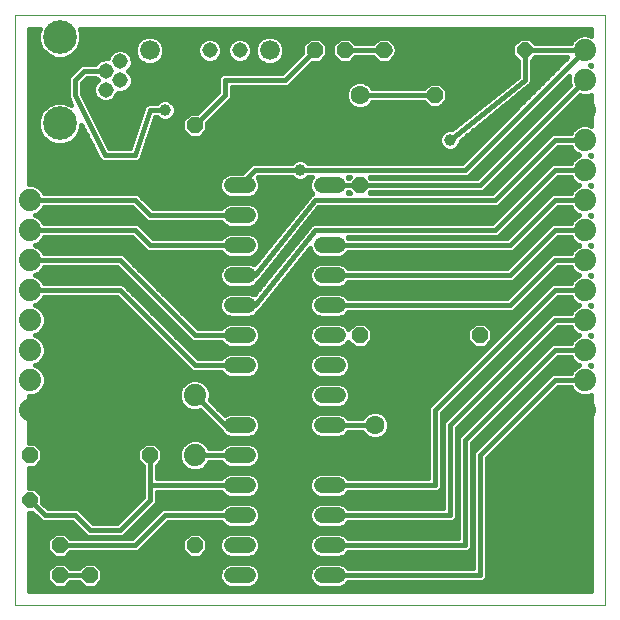
<source format=gbl>
G75*
%MOIN*%
%OFA0B0*%
%FSLAX25Y25*%
%IPPOS*%
%LPD*%
%AMOC8*
5,1,8,0,0,1.08239X$1,22.5*
%
%ADD10C,0.00000*%
%ADD11OC8,0.05200*%
%ADD12C,0.07400*%
%ADD13C,0.05200*%
%ADD14C,0.05150*%
%ADD15C,0.06600*%
%ADD16OC8,0.05150*%
%ADD17C,0.11220*%
%ADD18C,0.06300*%
%ADD19OC8,0.06300*%
%ADD20C,0.01600*%
%ADD21C,0.03962*%
D10*
X0013667Y0031998D02*
X0013667Y0228849D01*
X0210517Y0228849D01*
X0210517Y0031998D01*
X0013667Y0031998D01*
D11*
X0028667Y0041998D03*
X0038667Y0041998D03*
X0028667Y0051998D03*
X0018667Y0081998D03*
X0058667Y0081998D03*
X0063667Y0051998D03*
X0073667Y0051998D03*
X0078667Y0041998D03*
X0128667Y0121998D03*
X0128667Y0161998D03*
X0128667Y0171998D03*
X0113667Y0191998D03*
X0113667Y0216998D03*
X0123667Y0216998D03*
X0136667Y0216998D03*
X0143667Y0216998D03*
X0150667Y0216998D03*
X0153667Y0201998D03*
X0163667Y0201998D03*
X0168667Y0121998D03*
X0073667Y0191998D03*
D12*
X0018667Y0166998D03*
X0018667Y0156998D03*
X0018667Y0146998D03*
X0018667Y0136998D03*
X0018667Y0126998D03*
X0018667Y0116998D03*
X0018667Y0106998D03*
X0018667Y0096998D03*
X0073667Y0091998D03*
X0073667Y0081998D03*
X0073667Y0101998D03*
X0203667Y0096998D03*
X0203667Y0106998D03*
X0203667Y0116998D03*
X0203667Y0126998D03*
X0203667Y0136998D03*
X0203667Y0146998D03*
X0203667Y0156998D03*
X0203667Y0166998D03*
X0203667Y0176998D03*
X0203667Y0186998D03*
X0203667Y0196998D03*
X0203667Y0206998D03*
X0203667Y0216998D03*
D13*
X0121267Y0171998D02*
X0116067Y0171998D01*
X0116067Y0161998D02*
X0121267Y0161998D01*
X0121267Y0151998D02*
X0116067Y0151998D01*
X0116067Y0141998D02*
X0121267Y0141998D01*
X0121267Y0131998D02*
X0116067Y0131998D01*
X0121267Y0131998D01*
X0121267Y0121998D02*
X0116067Y0121998D01*
X0116067Y0111998D02*
X0121267Y0111998D01*
X0121267Y0101998D02*
X0116067Y0101998D01*
X0116067Y0091998D02*
X0121267Y0091998D01*
X0121267Y0081998D02*
X0116067Y0081998D01*
X0116067Y0071998D02*
X0121267Y0071998D01*
X0121267Y0061998D02*
X0116067Y0061998D01*
X0116067Y0051998D02*
X0121267Y0051998D01*
X0121267Y0041998D02*
X0116067Y0041998D01*
X0091267Y0041998D02*
X0086067Y0041998D01*
X0086067Y0051998D02*
X0091267Y0051998D01*
X0091267Y0061998D02*
X0086067Y0061998D01*
X0086067Y0071998D02*
X0091267Y0071998D01*
X0091267Y0081998D02*
X0086067Y0081998D01*
X0086067Y0091998D02*
X0091267Y0091998D01*
X0091267Y0101998D02*
X0086067Y0101998D01*
X0086067Y0111998D02*
X0091267Y0111998D01*
X0091267Y0121998D02*
X0086067Y0121998D01*
X0086067Y0131998D02*
X0091267Y0131998D01*
X0091267Y0141998D02*
X0086067Y0141998D01*
X0086067Y0151998D02*
X0091267Y0151998D01*
X0091267Y0161998D02*
X0086067Y0161998D01*
X0086067Y0171998D02*
X0091267Y0171998D01*
D14*
X0088667Y0216998D03*
X0078667Y0216998D03*
X0068667Y0216998D03*
X0048745Y0213297D03*
X0044021Y0210148D03*
X0048745Y0206998D03*
X0044021Y0203849D03*
X0048745Y0200699D03*
D15*
X0058667Y0216998D03*
X0098667Y0216998D03*
D16*
X0163667Y0216998D03*
X0183667Y0216998D03*
X0038667Y0066998D03*
X0018667Y0066998D03*
D17*
X0028667Y0192628D03*
X0028667Y0221368D03*
D18*
X0128667Y0201998D03*
X0133667Y0091998D03*
D19*
X0133667Y0081998D03*
X0128667Y0191998D03*
D20*
X0127722Y0197248D02*
X0129611Y0197248D01*
X0131357Y0197971D01*
X0132694Y0199307D01*
X0132814Y0199598D01*
X0150127Y0199598D01*
X0151927Y0197798D01*
X0155406Y0197798D01*
X0157867Y0200258D01*
X0157867Y0203738D01*
X0155406Y0206198D01*
X0151927Y0206198D01*
X0150127Y0204398D01*
X0132814Y0204398D01*
X0132694Y0204689D01*
X0131357Y0206025D01*
X0129611Y0206748D01*
X0127722Y0206748D01*
X0125976Y0206025D01*
X0124640Y0204689D01*
X0123917Y0202943D01*
X0123917Y0201053D01*
X0124640Y0199307D01*
X0125976Y0197971D01*
X0127722Y0197248D01*
X0125704Y0198243D02*
X0083306Y0198243D01*
X0081707Y0196645D02*
X0166883Y0196645D01*
X0168881Y0198243D02*
X0155852Y0198243D01*
X0157450Y0199842D02*
X0170879Y0199842D01*
X0172878Y0201440D02*
X0157867Y0201440D01*
X0157867Y0203039D02*
X0174876Y0203039D01*
X0176874Y0204637D02*
X0156967Y0204637D01*
X0153667Y0201998D02*
X0128667Y0201998D01*
X0124619Y0204637D02*
X0104239Y0204637D01*
X0104144Y0204598D02*
X0105026Y0204964D01*
X0105701Y0205639D01*
X0112861Y0212798D01*
X0115406Y0212798D01*
X0117867Y0215258D01*
X0117867Y0218738D01*
X0115406Y0221198D01*
X0111927Y0221198D01*
X0109467Y0218738D01*
X0109467Y0216192D01*
X0102673Y0209398D01*
X0083189Y0209398D01*
X0082307Y0209033D01*
X0081632Y0208358D01*
X0081267Y0207476D01*
X0081267Y0202992D01*
X0074473Y0196198D01*
X0071927Y0196198D01*
X0069467Y0193738D01*
X0069467Y0190258D01*
X0071927Y0187798D01*
X0075406Y0187798D01*
X0077867Y0190258D01*
X0077867Y0192804D01*
X0085701Y0200639D01*
X0086067Y0201521D01*
X0086067Y0204598D01*
X0104144Y0204598D01*
X0103667Y0206998D02*
X0083667Y0206998D01*
X0083667Y0201998D01*
X0073667Y0191998D01*
X0070775Y0195046D02*
X0066734Y0195046D01*
X0066703Y0194970D02*
X0067248Y0196286D01*
X0067248Y0197710D01*
X0066703Y0199027D01*
X0065695Y0200034D01*
X0064379Y0200579D01*
X0062954Y0200579D01*
X0061638Y0200034D01*
X0061002Y0199398D01*
X0059056Y0199398D01*
X0058973Y0199426D01*
X0058581Y0199398D01*
X0058189Y0199398D01*
X0058108Y0199364D01*
X0058020Y0199358D01*
X0057669Y0199183D01*
X0057307Y0199033D01*
X0057245Y0198971D01*
X0057166Y0198931D01*
X0056909Y0198635D01*
X0056632Y0198358D01*
X0056598Y0198276D01*
X0056541Y0198210D01*
X0056417Y0197838D01*
X0056267Y0197476D01*
X0056267Y0197388D01*
X0051937Y0184398D01*
X0045150Y0184398D01*
X0036067Y0202565D01*
X0036067Y0206004D01*
X0037810Y0207748D01*
X0040517Y0207748D01*
X0041267Y0206998D01*
X0040482Y0206213D01*
X0039846Y0204679D01*
X0039846Y0203018D01*
X0040482Y0201484D01*
X0041656Y0200309D01*
X0043191Y0199674D01*
X0044851Y0199674D01*
X0046386Y0200309D01*
X0047560Y0201484D01*
X0048115Y0202823D01*
X0049576Y0202823D01*
X0051110Y0203459D01*
X0052285Y0204633D01*
X0052920Y0206168D01*
X0052920Y0207829D01*
X0052285Y0209363D01*
X0051500Y0210148D01*
X0052285Y0210933D01*
X0052920Y0212467D01*
X0052920Y0214128D01*
X0052285Y0215662D01*
X0051110Y0216837D01*
X0049576Y0217472D01*
X0047915Y0217472D01*
X0046381Y0216837D01*
X0045206Y0215662D01*
X0044651Y0214323D01*
X0043191Y0214323D01*
X0041656Y0213687D01*
X0040517Y0212548D01*
X0036339Y0212548D01*
X0035457Y0212182D01*
X0032307Y0209033D01*
X0031632Y0208358D01*
X0031267Y0207476D01*
X0031267Y0202388D01*
X0031239Y0202304D01*
X0031267Y0201913D01*
X0031267Y0201521D01*
X0031300Y0201440D01*
X0018467Y0201440D01*
X0018467Y0199842D02*
X0032062Y0199842D01*
X0031694Y0200576D02*
X0032576Y0198813D01*
X0030101Y0199838D01*
X0027232Y0199838D01*
X0024582Y0198741D01*
X0022554Y0196712D01*
X0021456Y0194062D01*
X0021456Y0191194D01*
X0022554Y0188544D01*
X0024582Y0186516D01*
X0027232Y0185418D01*
X0030101Y0185418D01*
X0032751Y0186516D01*
X0034779Y0188544D01*
X0035877Y0191194D01*
X0035877Y0192211D01*
X0041482Y0181001D01*
X0041632Y0180639D01*
X0041694Y0180576D01*
X0041734Y0180498D01*
X0042030Y0180241D01*
X0042307Y0179964D01*
X0042388Y0179930D01*
X0042455Y0179872D01*
X0042827Y0179748D01*
X0043189Y0179598D01*
X0043277Y0179598D01*
X0043361Y0179570D01*
X0043752Y0179598D01*
X0053277Y0179598D01*
X0053361Y0179570D01*
X0053752Y0179598D01*
X0054144Y0179598D01*
X0054225Y0179632D01*
X0054313Y0179638D01*
X0054664Y0179813D01*
X0055026Y0179964D01*
X0055088Y0180026D01*
X0055167Y0180065D01*
X0055424Y0180361D01*
X0055701Y0180639D01*
X0055735Y0180720D01*
X0055793Y0180786D01*
X0055917Y0181158D01*
X0056067Y0181521D01*
X0056067Y0181609D01*
X0060396Y0194598D01*
X0061002Y0194598D01*
X0061638Y0193962D01*
X0062954Y0193417D01*
X0064379Y0193417D01*
X0065695Y0193962D01*
X0066703Y0194970D01*
X0067248Y0196645D02*
X0074919Y0196645D01*
X0076518Y0198243D02*
X0067027Y0198243D01*
X0065887Y0199842D02*
X0078116Y0199842D01*
X0079715Y0201440D02*
X0047517Y0201440D01*
X0045257Y0199842D02*
X0061446Y0199842D01*
X0063667Y0196998D02*
X0058667Y0196998D01*
X0053667Y0181998D01*
X0043667Y0181998D01*
X0033667Y0201998D01*
X0033667Y0206998D01*
X0036816Y0210148D01*
X0044021Y0210148D01*
X0042963Y0214228D02*
X0030271Y0214228D01*
X0030101Y0214158D02*
X0032751Y0215256D01*
X0034779Y0217284D01*
X0035877Y0219934D01*
X0035877Y0222802D01*
X0035361Y0224049D01*
X0205717Y0224049D01*
X0205717Y0221885D01*
X0204721Y0222298D01*
X0202612Y0222298D01*
X0200664Y0221491D01*
X0199174Y0220000D01*
X0198924Y0219398D01*
X0187171Y0219398D01*
X0185396Y0221173D01*
X0181937Y0221173D01*
X0179492Y0218727D01*
X0179492Y0215269D01*
X0181267Y0213494D01*
X0181267Y0208152D01*
X0159301Y0190579D01*
X0157954Y0190579D01*
X0156638Y0190034D01*
X0155631Y0189027D01*
X0155086Y0187710D01*
X0155086Y0186286D01*
X0155631Y0184970D01*
X0156638Y0183962D01*
X0157954Y0183417D01*
X0159379Y0183417D01*
X0160695Y0183962D01*
X0161703Y0184970D01*
X0162248Y0186286D01*
X0162248Y0186790D01*
X0184900Y0204911D01*
X0185026Y0204964D01*
X0185270Y0205207D01*
X0185539Y0205422D01*
X0185605Y0205542D01*
X0185701Y0205639D01*
X0185833Y0205957D01*
X0185999Y0206259D01*
X0186014Y0206394D01*
X0186067Y0206521D01*
X0186067Y0206865D01*
X0186105Y0207208D01*
X0186067Y0207339D01*
X0186067Y0213494D01*
X0187171Y0214598D01*
X0197873Y0214598D01*
X0162673Y0179398D01*
X0111331Y0179398D01*
X0110695Y0180034D01*
X0109379Y0180579D01*
X0107954Y0180579D01*
X0106638Y0180034D01*
X0106002Y0179398D01*
X0093189Y0179398D01*
X0092307Y0179033D01*
X0089473Y0176198D01*
X0085231Y0176198D01*
X0083688Y0175559D01*
X0082506Y0174377D01*
X0081867Y0172834D01*
X0081867Y0171163D01*
X0082506Y0169619D01*
X0083688Y0168438D01*
X0085231Y0167798D01*
X0092102Y0167798D01*
X0093646Y0168438D01*
X0094827Y0169619D01*
X0095467Y0171163D01*
X0095467Y0172834D01*
X0094827Y0174377D01*
X0094634Y0174571D01*
X0094661Y0174598D01*
X0106002Y0174598D01*
X0106638Y0173962D01*
X0107954Y0173417D01*
X0109379Y0173417D01*
X0110695Y0173962D01*
X0111331Y0174598D01*
X0112727Y0174598D01*
X0112506Y0174377D01*
X0111867Y0172834D01*
X0111867Y0171163D01*
X0112506Y0169619D01*
X0112842Y0169284D01*
X0112625Y0169165D01*
X0112307Y0169033D01*
X0112211Y0168936D01*
X0112091Y0168870D01*
X0111876Y0168601D01*
X0111632Y0168358D01*
X0111580Y0168231D01*
X0093492Y0145622D01*
X0092102Y0146198D01*
X0085231Y0146198D01*
X0083688Y0145559D01*
X0082506Y0144377D01*
X0081867Y0142834D01*
X0081867Y0141163D01*
X0082506Y0139619D01*
X0083688Y0138438D01*
X0085231Y0137798D01*
X0092102Y0137798D01*
X0093646Y0138438D01*
X0094827Y0139619D01*
X0094958Y0139935D01*
X0095026Y0139964D01*
X0095123Y0140060D01*
X0095243Y0140126D01*
X0095458Y0140395D01*
X0095701Y0140639D01*
X0095754Y0140765D01*
X0114820Y0164598D01*
X0174144Y0164598D01*
X0175026Y0164964D01*
X0175701Y0165639D01*
X0194661Y0184598D01*
X0198924Y0184598D01*
X0199174Y0183996D01*
X0200664Y0182505D01*
X0201888Y0181998D01*
X0200664Y0181491D01*
X0199174Y0180000D01*
X0198924Y0179398D01*
X0193189Y0179398D01*
X0192307Y0179033D01*
X0172673Y0159398D01*
X0114007Y0159398D01*
X0113876Y0159436D01*
X0113534Y0159398D01*
X0113189Y0159398D01*
X0113063Y0159346D01*
X0112927Y0159331D01*
X0112625Y0159165D01*
X0112307Y0159033D01*
X0112211Y0158936D01*
X0112091Y0158870D01*
X0111876Y0158601D01*
X0111632Y0158358D01*
X0111580Y0158231D01*
X0093492Y0135622D01*
X0092102Y0136198D01*
X0085231Y0136198D01*
X0083688Y0135559D01*
X0082506Y0134377D01*
X0081867Y0132834D01*
X0081867Y0131163D01*
X0082506Y0129619D01*
X0083688Y0128438D01*
X0085231Y0127798D01*
X0092102Y0127798D01*
X0093646Y0128438D01*
X0094827Y0129619D01*
X0094958Y0129935D01*
X0095026Y0129964D01*
X0095123Y0130060D01*
X0095243Y0130126D01*
X0095458Y0130395D01*
X0095701Y0130639D01*
X0095754Y0130765D01*
X0111937Y0150994D01*
X0112506Y0149619D01*
X0113688Y0148438D01*
X0115231Y0147798D01*
X0122102Y0147798D01*
X0123646Y0148438D01*
X0124806Y0149598D01*
X0179144Y0149598D01*
X0180026Y0149964D01*
X0180701Y0150639D01*
X0194661Y0164598D01*
X0198924Y0164598D01*
X0199174Y0163996D01*
X0200664Y0162505D01*
X0201888Y0161998D01*
X0200664Y0161491D01*
X0199174Y0160000D01*
X0198924Y0159398D01*
X0193189Y0159398D01*
X0192307Y0159033D01*
X0177673Y0144398D01*
X0124806Y0144398D01*
X0123646Y0145559D01*
X0122102Y0146198D01*
X0115231Y0146198D01*
X0113688Y0145559D01*
X0112506Y0144377D01*
X0111867Y0142834D01*
X0111867Y0141163D01*
X0112506Y0139619D01*
X0113688Y0138438D01*
X0115231Y0137798D01*
X0122102Y0137798D01*
X0123646Y0138438D01*
X0124806Y0139598D01*
X0179144Y0139598D01*
X0180026Y0139964D01*
X0180701Y0140639D01*
X0194661Y0154598D01*
X0198924Y0154598D01*
X0199174Y0153996D01*
X0200664Y0152505D01*
X0201888Y0151998D01*
X0200664Y0151491D01*
X0199174Y0150000D01*
X0198924Y0149398D01*
X0193189Y0149398D01*
X0192307Y0149033D01*
X0177673Y0134398D01*
X0124806Y0134398D01*
X0123646Y0135559D01*
X0122102Y0136198D01*
X0115231Y0136198D01*
X0113688Y0135559D01*
X0112506Y0134377D01*
X0111867Y0132834D01*
X0111867Y0131163D01*
X0112506Y0129619D01*
X0113688Y0128438D01*
X0115231Y0127798D01*
X0122102Y0127798D01*
X0123646Y0128438D01*
X0124806Y0129598D01*
X0179144Y0129598D01*
X0180026Y0129964D01*
X0180701Y0130639D01*
X0194661Y0144598D01*
X0198924Y0144598D01*
X0199174Y0143996D01*
X0200664Y0142505D01*
X0201888Y0141998D01*
X0200664Y0141491D01*
X0199174Y0140000D01*
X0198924Y0139398D01*
X0193189Y0139398D01*
X0192307Y0139033D01*
X0152307Y0099033D01*
X0151632Y0098358D01*
X0151267Y0097476D01*
X0151267Y0074398D01*
X0124806Y0074398D01*
X0123646Y0075559D01*
X0122102Y0076198D01*
X0115231Y0076198D01*
X0113688Y0075559D01*
X0112506Y0074377D01*
X0111867Y0072834D01*
X0111867Y0071163D01*
X0112506Y0069619D01*
X0113688Y0068438D01*
X0115231Y0067798D01*
X0122102Y0067798D01*
X0123646Y0068438D01*
X0124806Y0069598D01*
X0154144Y0069598D01*
X0155026Y0069964D01*
X0155701Y0070639D01*
X0156067Y0071521D01*
X0156067Y0096004D01*
X0194661Y0134598D01*
X0198924Y0134598D01*
X0199174Y0133996D01*
X0200664Y0132505D01*
X0201888Y0131998D01*
X0200664Y0131491D01*
X0199174Y0130000D01*
X0198924Y0129398D01*
X0193189Y0129398D01*
X0192307Y0129033D01*
X0157307Y0094033D01*
X0156632Y0093358D01*
X0156267Y0092476D01*
X0156267Y0064398D01*
X0124806Y0064398D01*
X0123646Y0065559D01*
X0122102Y0066198D01*
X0115231Y0066198D01*
X0113688Y0065559D01*
X0112506Y0064377D01*
X0111867Y0062834D01*
X0111867Y0061163D01*
X0112506Y0059619D01*
X0113688Y0058438D01*
X0115231Y0057798D01*
X0122102Y0057798D01*
X0123646Y0058438D01*
X0124806Y0059598D01*
X0159144Y0059598D01*
X0160026Y0059964D01*
X0160701Y0060639D01*
X0161067Y0061521D01*
X0161067Y0091004D01*
X0194661Y0124598D01*
X0198924Y0124598D01*
X0199174Y0123996D01*
X0200664Y0122505D01*
X0201888Y0121998D01*
X0200664Y0121491D01*
X0199174Y0120000D01*
X0198924Y0119398D01*
X0193189Y0119398D01*
X0192307Y0119033D01*
X0162307Y0089033D01*
X0161632Y0088358D01*
X0161267Y0087476D01*
X0161267Y0054398D01*
X0124806Y0054398D01*
X0123646Y0055559D01*
X0122102Y0056198D01*
X0115231Y0056198D01*
X0113688Y0055559D01*
X0112506Y0054377D01*
X0111867Y0052834D01*
X0111867Y0051163D01*
X0112506Y0049619D01*
X0113688Y0048438D01*
X0115231Y0047798D01*
X0122102Y0047798D01*
X0123646Y0048438D01*
X0124806Y0049598D01*
X0164144Y0049598D01*
X0165026Y0049964D01*
X0165701Y0050639D01*
X0166067Y0051521D01*
X0166067Y0086004D01*
X0194661Y0114598D01*
X0198924Y0114598D01*
X0199174Y0113996D01*
X0200664Y0112505D01*
X0201888Y0111998D01*
X0200664Y0111491D01*
X0199174Y0110000D01*
X0198924Y0109398D01*
X0193189Y0109398D01*
X0192307Y0109033D01*
X0167307Y0084033D01*
X0166632Y0083358D01*
X0166267Y0082476D01*
X0166267Y0044398D01*
X0124806Y0044398D01*
X0123646Y0045559D01*
X0122102Y0046198D01*
X0115231Y0046198D01*
X0113688Y0045559D01*
X0112506Y0044377D01*
X0111867Y0042834D01*
X0111867Y0041163D01*
X0112506Y0039619D01*
X0113688Y0038438D01*
X0115231Y0037798D01*
X0122102Y0037798D01*
X0123646Y0038438D01*
X0124806Y0039598D01*
X0169144Y0039598D01*
X0170026Y0039964D01*
X0170701Y0040639D01*
X0171067Y0041521D01*
X0171067Y0081004D01*
X0194661Y0104598D01*
X0198924Y0104598D01*
X0199174Y0103996D01*
X0200664Y0102505D01*
X0202612Y0101698D01*
X0204721Y0101698D01*
X0205717Y0102111D01*
X0205717Y0036798D01*
X0018467Y0036798D01*
X0018467Y0062823D01*
X0019447Y0062823D01*
X0021632Y0060639D01*
X0022307Y0059964D01*
X0023189Y0059598D01*
X0032673Y0059598D01*
X0036632Y0055639D01*
X0037307Y0054964D01*
X0038189Y0054598D01*
X0049144Y0054598D01*
X0050026Y0054964D01*
X0060026Y0064964D01*
X0060701Y0065639D01*
X0061067Y0066521D01*
X0061067Y0069598D01*
X0082527Y0069598D01*
X0083688Y0068438D01*
X0085231Y0067798D01*
X0092102Y0067798D01*
X0093646Y0068438D01*
X0094827Y0069619D01*
X0095467Y0071163D01*
X0095467Y0072834D01*
X0094827Y0074377D01*
X0093646Y0075559D01*
X0092102Y0076198D01*
X0085231Y0076198D01*
X0083688Y0075559D01*
X0082527Y0074398D01*
X0061067Y0074398D01*
X0061067Y0078458D01*
X0062867Y0080258D01*
X0062867Y0083738D01*
X0060406Y0086198D01*
X0056927Y0086198D01*
X0054467Y0083738D01*
X0054467Y0080258D01*
X0056267Y0078458D01*
X0056267Y0067992D01*
X0047673Y0059398D01*
X0039661Y0059398D01*
X0035026Y0064033D01*
X0034144Y0064398D01*
X0024661Y0064398D01*
X0022841Y0066217D01*
X0022841Y0068727D01*
X0020396Y0071173D01*
X0018467Y0071173D01*
X0018467Y0077798D01*
X0020406Y0077798D01*
X0022867Y0080258D01*
X0022867Y0083738D01*
X0020406Y0086198D01*
X0018467Y0086198D01*
X0018467Y0101698D01*
X0019721Y0101698D01*
X0021669Y0102505D01*
X0023160Y0103996D01*
X0023967Y0105944D01*
X0023967Y0108052D01*
X0023160Y0110000D01*
X0021669Y0111491D01*
X0020445Y0111998D01*
X0021669Y0112505D01*
X0023160Y0113996D01*
X0023967Y0115944D01*
X0023967Y0118052D01*
X0023160Y0120000D01*
X0021669Y0121491D01*
X0020445Y0121998D01*
X0021669Y0122505D01*
X0023160Y0123996D01*
X0023967Y0125944D01*
X0023967Y0128052D01*
X0023160Y0130000D01*
X0021669Y0131491D01*
X0020445Y0131998D01*
X0021669Y0132505D01*
X0023160Y0133996D01*
X0023409Y0134598D01*
X0047673Y0134598D01*
X0071632Y0110639D01*
X0072307Y0109964D01*
X0073189Y0109598D01*
X0082527Y0109598D01*
X0083688Y0108438D01*
X0085231Y0107798D01*
X0092102Y0107798D01*
X0093646Y0108438D01*
X0094827Y0109619D01*
X0095467Y0111163D01*
X0095467Y0112834D01*
X0094827Y0114377D01*
X0093646Y0115559D01*
X0092102Y0116198D01*
X0085231Y0116198D01*
X0083688Y0115559D01*
X0082527Y0114398D01*
X0074661Y0114398D01*
X0050026Y0139033D01*
X0049144Y0139398D01*
X0023409Y0139398D01*
X0023160Y0140000D01*
X0021669Y0141491D01*
X0020445Y0141998D01*
X0021669Y0142505D01*
X0023160Y0143996D01*
X0023409Y0144598D01*
X0047673Y0144598D01*
X0071632Y0120639D01*
X0072307Y0119964D01*
X0073189Y0119598D01*
X0082527Y0119598D01*
X0083688Y0118438D01*
X0085231Y0117798D01*
X0092102Y0117798D01*
X0093646Y0118438D01*
X0094827Y0119619D01*
X0095467Y0121163D01*
X0095467Y0122834D01*
X0094827Y0124377D01*
X0093646Y0125559D01*
X0092102Y0126198D01*
X0085231Y0126198D01*
X0083688Y0125559D01*
X0082527Y0124398D01*
X0074661Y0124398D01*
X0050026Y0149033D01*
X0049144Y0149398D01*
X0023409Y0149398D01*
X0023160Y0150000D01*
X0021669Y0151491D01*
X0020445Y0151998D01*
X0021669Y0152505D01*
X0023160Y0153996D01*
X0023409Y0154598D01*
X0052673Y0154598D01*
X0056632Y0150639D01*
X0056632Y0150639D01*
X0057307Y0149964D01*
X0058189Y0149598D01*
X0082527Y0149598D01*
X0083688Y0148438D01*
X0085231Y0147798D01*
X0092102Y0147798D01*
X0093646Y0148438D01*
X0094827Y0149619D01*
X0095467Y0151163D01*
X0095467Y0152834D01*
X0094827Y0154377D01*
X0093646Y0155559D01*
X0092102Y0156198D01*
X0085231Y0156198D01*
X0083688Y0155559D01*
X0082527Y0154398D01*
X0059661Y0154398D01*
X0055026Y0159033D01*
X0054144Y0159398D01*
X0023409Y0159398D01*
X0023160Y0160000D01*
X0021669Y0161491D01*
X0020445Y0161998D01*
X0021669Y0162505D01*
X0023160Y0163996D01*
X0023409Y0164598D01*
X0052673Y0164598D01*
X0056632Y0160639D01*
X0057307Y0159964D01*
X0058189Y0159598D01*
X0082527Y0159598D01*
X0083688Y0158438D01*
X0085231Y0157798D01*
X0092102Y0157798D01*
X0093646Y0158438D01*
X0094827Y0159619D01*
X0095467Y0161163D01*
X0095467Y0162834D01*
X0094827Y0164377D01*
X0093646Y0165559D01*
X0092102Y0166198D01*
X0085231Y0166198D01*
X0083688Y0165559D01*
X0082527Y0164398D01*
X0059661Y0164398D01*
X0055026Y0169033D01*
X0054144Y0169398D01*
X0023409Y0169398D01*
X0023160Y0170000D01*
X0021669Y0171491D01*
X0019721Y0172298D01*
X0018467Y0172298D01*
X0018467Y0224049D01*
X0021973Y0224049D01*
X0021456Y0222802D01*
X0021456Y0219934D01*
X0022554Y0217284D01*
X0024582Y0215256D01*
X0027232Y0214158D01*
X0030101Y0214158D01*
X0027062Y0214228D02*
X0018467Y0214228D01*
X0018467Y0212630D02*
X0040599Y0212630D01*
X0045371Y0215827D02*
X0033322Y0215827D01*
X0034838Y0217425D02*
X0047802Y0217425D01*
X0049689Y0217425D02*
X0053767Y0217425D01*
X0053767Y0217973D02*
X0053767Y0216023D01*
X0054513Y0214223D01*
X0055891Y0212844D01*
X0057692Y0212098D01*
X0059641Y0212098D01*
X0061442Y0212844D01*
X0062821Y0214223D01*
X0063567Y0216023D01*
X0063567Y0217973D01*
X0062821Y0219774D01*
X0061442Y0221152D01*
X0059641Y0221898D01*
X0057692Y0221898D01*
X0055891Y0221152D01*
X0054513Y0219774D01*
X0053767Y0217973D01*
X0054202Y0219024D02*
X0035500Y0219024D01*
X0035877Y0220622D02*
X0055361Y0220622D01*
X0053848Y0215827D02*
X0052120Y0215827D01*
X0052878Y0214228D02*
X0054510Y0214228D01*
X0052920Y0212630D02*
X0056408Y0212630D01*
X0052326Y0211031D02*
X0104306Y0211031D01*
X0102707Y0209433D02*
X0052215Y0209433D01*
X0052918Y0207834D02*
X0081415Y0207834D01*
X0081267Y0206236D02*
X0052920Y0206236D01*
X0052286Y0204637D02*
X0081267Y0204637D01*
X0081267Y0203039D02*
X0050096Y0203039D01*
X0042785Y0199842D02*
X0037428Y0199842D01*
X0036629Y0201440D02*
X0040525Y0201440D01*
X0039846Y0203039D02*
X0036067Y0203039D01*
X0036067Y0204637D02*
X0039846Y0204637D01*
X0040504Y0206236D02*
X0036298Y0206236D01*
X0032707Y0209433D02*
X0018467Y0209433D01*
X0018467Y0211031D02*
X0034306Y0211031D01*
X0031415Y0207834D02*
X0018467Y0207834D01*
X0018467Y0206236D02*
X0031267Y0206236D01*
X0031267Y0204637D02*
X0018467Y0204637D01*
X0018467Y0203039D02*
X0031267Y0203039D01*
X0031300Y0201440D02*
X0031307Y0201352D01*
X0031482Y0201001D01*
X0031632Y0200639D01*
X0031694Y0200576D01*
X0038227Y0198243D02*
X0056570Y0198243D01*
X0056019Y0196645D02*
X0039027Y0196645D01*
X0039826Y0195046D02*
X0055486Y0195046D01*
X0054953Y0193448D02*
X0040625Y0193448D01*
X0041424Y0191849D02*
X0054421Y0191849D01*
X0053888Y0190251D02*
X0042224Y0190251D01*
X0043023Y0188652D02*
X0053355Y0188652D01*
X0052822Y0187054D02*
X0043822Y0187054D01*
X0044621Y0185455D02*
X0052289Y0185455D01*
X0056816Y0183857D02*
X0156893Y0183857D01*
X0155430Y0185455D02*
X0057349Y0185455D01*
X0057882Y0187054D02*
X0155086Y0187054D01*
X0155476Y0188652D02*
X0076260Y0188652D01*
X0077859Y0190251D02*
X0157161Y0190251D01*
X0158667Y0186998D02*
X0183667Y0206998D01*
X0183667Y0216998D01*
X0203667Y0216998D01*
X0163667Y0176998D01*
X0108667Y0176998D01*
X0093667Y0176998D01*
X0088667Y0171998D01*
X0092279Y0167872D02*
X0111292Y0167872D01*
X0110013Y0166273D02*
X0057786Y0166273D01*
X0059384Y0164675D02*
X0082803Y0164675D01*
X0085054Y0167872D02*
X0056187Y0167872D01*
X0053667Y0166998D02*
X0058667Y0161998D01*
X0088667Y0161998D01*
X0093267Y0158281D02*
X0103619Y0158281D01*
X0104898Y0159879D02*
X0094935Y0159879D01*
X0095467Y0161478D02*
X0106177Y0161478D01*
X0107456Y0163076D02*
X0095366Y0163076D01*
X0094530Y0164675D02*
X0108734Y0164675D01*
X0112324Y0161478D02*
X0174752Y0161478D01*
X0176350Y0163076D02*
X0113602Y0163076D01*
X0111045Y0159879D02*
X0173153Y0159879D01*
X0173667Y0156998D02*
X0113667Y0156998D01*
X0093667Y0131998D01*
X0088667Y0131998D01*
X0092369Y0127909D02*
X0114964Y0127909D01*
X0115231Y0126198D02*
X0113688Y0125559D01*
X0112506Y0124377D01*
X0111867Y0122834D01*
X0111867Y0121163D01*
X0112506Y0119619D01*
X0113688Y0118438D01*
X0115231Y0117798D01*
X0122102Y0117798D01*
X0123646Y0118438D01*
X0124827Y0119619D01*
X0124909Y0119816D01*
X0126927Y0117798D01*
X0130406Y0117798D01*
X0132867Y0120258D01*
X0132867Y0123738D01*
X0130406Y0126198D01*
X0126927Y0126198D01*
X0124909Y0124180D01*
X0124827Y0124377D01*
X0123646Y0125559D01*
X0122102Y0126198D01*
X0115231Y0126198D01*
X0112841Y0124712D02*
X0094493Y0124712D01*
X0095351Y0123113D02*
X0111983Y0123113D01*
X0111867Y0121515D02*
X0095467Y0121515D01*
X0094950Y0119916D02*
X0112383Y0119916D01*
X0113977Y0118318D02*
X0093357Y0118318D01*
X0094084Y0115121D02*
X0113250Y0115121D01*
X0113688Y0115559D02*
X0112506Y0114377D01*
X0111867Y0112834D01*
X0111867Y0111163D01*
X0112506Y0109619D01*
X0113688Y0108438D01*
X0115231Y0107798D01*
X0122102Y0107798D01*
X0123646Y0108438D01*
X0124827Y0109619D01*
X0125467Y0111163D01*
X0125467Y0112834D01*
X0124827Y0114377D01*
X0123646Y0115559D01*
X0122102Y0116198D01*
X0115231Y0116198D01*
X0113688Y0115559D01*
X0112152Y0113522D02*
X0095181Y0113522D01*
X0095467Y0111924D02*
X0111867Y0111924D01*
X0112214Y0110325D02*
X0095120Y0110325D01*
X0093935Y0108727D02*
X0113398Y0108727D01*
X0115231Y0106198D02*
X0113688Y0105559D01*
X0112506Y0104377D01*
X0111867Y0102834D01*
X0111867Y0101163D01*
X0112506Y0099619D01*
X0113688Y0098438D01*
X0115231Y0097798D01*
X0122102Y0097798D01*
X0123646Y0098438D01*
X0124827Y0099619D01*
X0125467Y0101163D01*
X0125467Y0102834D01*
X0124827Y0104377D01*
X0123646Y0105559D01*
X0122102Y0106198D01*
X0115231Y0106198D01*
X0113658Y0105530D02*
X0077630Y0105530D01*
X0078160Y0105000D02*
X0076669Y0106491D01*
X0074721Y0107298D01*
X0072612Y0107298D01*
X0070664Y0106491D01*
X0069174Y0105000D01*
X0068367Y0103052D01*
X0068367Y0100944D01*
X0069174Y0098996D01*
X0070664Y0097505D01*
X0072612Y0096698D01*
X0074721Y0096698D01*
X0075323Y0096948D01*
X0081632Y0090639D01*
X0082307Y0089964D01*
X0082375Y0089935D01*
X0082506Y0089619D01*
X0083688Y0088438D01*
X0085231Y0087798D01*
X0092102Y0087798D01*
X0093646Y0088438D01*
X0094827Y0089619D01*
X0095467Y0091163D01*
X0095467Y0092834D01*
X0094827Y0094377D01*
X0093646Y0095559D01*
X0092102Y0096198D01*
X0085231Y0096198D01*
X0083688Y0095559D01*
X0083594Y0095465D01*
X0078717Y0100342D01*
X0078967Y0100944D01*
X0078967Y0103052D01*
X0078160Y0105000D01*
X0078603Y0103931D02*
X0112321Y0103931D01*
X0111867Y0102333D02*
X0078967Y0102333D01*
X0078880Y0100734D02*
X0112044Y0100734D01*
X0112989Y0099136D02*
X0079923Y0099136D01*
X0081522Y0097537D02*
X0151292Y0097537D01*
X0151267Y0095939D02*
X0136444Y0095939D01*
X0136357Y0096025D02*
X0134611Y0096748D01*
X0132722Y0096748D01*
X0130976Y0096025D01*
X0129640Y0094689D01*
X0129519Y0094398D01*
X0124806Y0094398D01*
X0123646Y0095559D01*
X0122102Y0096198D01*
X0115231Y0096198D01*
X0113688Y0095559D01*
X0112506Y0094377D01*
X0111867Y0092834D01*
X0111867Y0091163D01*
X0112506Y0089619D01*
X0113688Y0088438D01*
X0115231Y0087798D01*
X0122102Y0087798D01*
X0123646Y0088438D01*
X0124806Y0089598D01*
X0129519Y0089598D01*
X0129640Y0089307D01*
X0130976Y0087971D01*
X0132722Y0087248D01*
X0134611Y0087248D01*
X0136357Y0087971D01*
X0137694Y0089307D01*
X0138417Y0091053D01*
X0138417Y0092943D01*
X0137694Y0094689D01*
X0136357Y0096025D01*
X0137838Y0094340D02*
X0151267Y0094340D01*
X0151267Y0092742D02*
X0138417Y0092742D01*
X0138417Y0091143D02*
X0151267Y0091143D01*
X0151267Y0089545D02*
X0137792Y0089545D01*
X0136296Y0087946D02*
X0151267Y0087946D01*
X0151267Y0086348D02*
X0076813Y0086348D01*
X0076669Y0086491D02*
X0074721Y0087298D01*
X0072612Y0087298D01*
X0070664Y0086491D01*
X0069174Y0085000D01*
X0068367Y0083052D01*
X0068367Y0080944D01*
X0069174Y0078996D01*
X0070664Y0077505D01*
X0072612Y0076698D01*
X0074721Y0076698D01*
X0076669Y0077505D01*
X0078160Y0078996D01*
X0078409Y0079598D01*
X0082527Y0079598D01*
X0083688Y0078438D01*
X0085231Y0077798D01*
X0092102Y0077798D01*
X0093646Y0078438D01*
X0094827Y0079619D01*
X0095467Y0081163D01*
X0095467Y0082834D01*
X0094827Y0084377D01*
X0093646Y0085559D01*
X0092102Y0086198D01*
X0085231Y0086198D01*
X0083688Y0085559D01*
X0082527Y0084398D01*
X0078409Y0084398D01*
X0078160Y0085000D01*
X0076669Y0086491D01*
X0078264Y0084749D02*
X0082878Y0084749D01*
X0084874Y0087946D02*
X0018467Y0087946D01*
X0018467Y0086348D02*
X0070521Y0086348D01*
X0069069Y0084749D02*
X0061855Y0084749D01*
X0062867Y0083150D02*
X0068407Y0083150D01*
X0068367Y0081552D02*
X0062867Y0081552D01*
X0062562Y0079953D02*
X0068777Y0079953D01*
X0069814Y0078355D02*
X0061067Y0078355D01*
X0061067Y0076756D02*
X0072472Y0076756D01*
X0074862Y0076756D02*
X0151267Y0076756D01*
X0151267Y0075158D02*
X0124047Y0075158D01*
X0118667Y0071998D02*
X0153667Y0071998D01*
X0153667Y0096998D01*
X0193667Y0136998D01*
X0203667Y0136998D01*
X0205717Y0132111D02*
X0205717Y0131885D01*
X0205445Y0131998D01*
X0205717Y0132111D01*
X0203667Y0126998D02*
X0193667Y0126998D01*
X0158667Y0091998D01*
X0158667Y0061998D01*
X0118667Y0061998D01*
X0123626Y0065567D02*
X0156267Y0065567D01*
X0156267Y0067165D02*
X0061067Y0067165D01*
X0061067Y0068764D02*
X0083361Y0068764D01*
X0085231Y0066198D02*
X0083688Y0065559D01*
X0082527Y0064398D01*
X0063189Y0064398D01*
X0062307Y0064033D01*
X0061632Y0063358D01*
X0052673Y0054398D01*
X0032206Y0054398D01*
X0030406Y0056198D01*
X0026927Y0056198D01*
X0024467Y0053738D01*
X0024467Y0050258D01*
X0026927Y0047798D01*
X0030406Y0047798D01*
X0032206Y0049598D01*
X0054144Y0049598D01*
X0055026Y0049964D01*
X0064661Y0059598D01*
X0082527Y0059598D01*
X0083688Y0058438D01*
X0085231Y0057798D01*
X0092102Y0057798D01*
X0093646Y0058438D01*
X0094827Y0059619D01*
X0095467Y0061163D01*
X0095467Y0062834D01*
X0094827Y0064377D01*
X0093646Y0065559D01*
X0092102Y0066198D01*
X0085231Y0066198D01*
X0083707Y0065567D02*
X0060630Y0065567D01*
X0059031Y0063968D02*
X0062243Y0063968D01*
X0060644Y0062370D02*
X0057432Y0062370D01*
X0055834Y0060771D02*
X0059046Y0060771D01*
X0057447Y0059173D02*
X0054235Y0059173D01*
X0052637Y0057574D02*
X0055849Y0057574D01*
X0054250Y0055976D02*
X0051038Y0055976D01*
X0048667Y0056998D02*
X0058667Y0066998D01*
X0058667Y0071998D01*
X0088667Y0071998D01*
X0083287Y0075158D02*
X0061067Y0075158D01*
X0058667Y0071998D02*
X0058667Y0081998D01*
X0055478Y0084749D02*
X0021855Y0084749D01*
X0022867Y0083150D02*
X0054467Y0083150D01*
X0054467Y0081552D02*
X0022867Y0081552D01*
X0022562Y0079953D02*
X0054772Y0079953D01*
X0056267Y0078355D02*
X0020963Y0078355D01*
X0018467Y0076756D02*
X0056267Y0076756D01*
X0056267Y0075158D02*
X0018467Y0075158D01*
X0018467Y0073559D02*
X0056267Y0073559D01*
X0056267Y0071961D02*
X0018467Y0071961D01*
X0021206Y0070362D02*
X0056267Y0070362D01*
X0056267Y0068764D02*
X0022805Y0068764D01*
X0022841Y0067165D02*
X0055440Y0067165D01*
X0053841Y0065567D02*
X0023492Y0065567D01*
X0023667Y0061998D02*
X0033667Y0061998D01*
X0038667Y0056998D01*
X0048667Y0056998D01*
X0049046Y0060771D02*
X0038288Y0060771D01*
X0036689Y0062370D02*
X0050644Y0062370D01*
X0052243Y0063968D02*
X0035091Y0063968D01*
X0033098Y0059173D02*
X0018467Y0059173D01*
X0018467Y0060771D02*
X0021499Y0060771D01*
X0019901Y0062370D02*
X0018467Y0062370D01*
X0018667Y0066998D02*
X0023667Y0061998D01*
X0018467Y0057574D02*
X0034696Y0057574D01*
X0036295Y0055976D02*
X0030629Y0055976D01*
X0028667Y0051998D02*
X0053667Y0051998D01*
X0063667Y0061998D01*
X0088667Y0061998D01*
X0093626Y0065567D02*
X0113707Y0065567D01*
X0112337Y0063968D02*
X0094997Y0063968D01*
X0095467Y0062370D02*
X0111867Y0062370D01*
X0112029Y0060771D02*
X0095305Y0060771D01*
X0094381Y0059173D02*
X0112952Y0059173D01*
X0114695Y0055976D02*
X0092639Y0055976D01*
X0092102Y0056198D02*
X0093646Y0055559D01*
X0094827Y0054377D01*
X0112506Y0054377D01*
X0111867Y0052779D02*
X0095467Y0052779D01*
X0095467Y0052834D02*
X0094827Y0054377D01*
X0095467Y0052834D02*
X0095467Y0051163D01*
X0094827Y0049619D01*
X0093646Y0048438D01*
X0092102Y0047798D01*
X0085231Y0047798D01*
X0083688Y0048438D01*
X0082506Y0049619D01*
X0081867Y0051163D01*
X0081867Y0052834D01*
X0082506Y0054377D01*
X0083688Y0055559D01*
X0085231Y0056198D01*
X0092102Y0056198D01*
X0095467Y0051180D02*
X0111867Y0051180D01*
X0112543Y0049582D02*
X0094790Y0049582D01*
X0092549Y0047983D02*
X0114784Y0047983D01*
X0112915Y0044786D02*
X0094418Y0044786D01*
X0094827Y0044377D02*
X0093646Y0045559D01*
X0092102Y0046198D01*
X0085231Y0046198D01*
X0083688Y0045559D01*
X0082506Y0044377D01*
X0081867Y0042834D01*
X0081867Y0041163D01*
X0082506Y0039619D01*
X0083688Y0038438D01*
X0085231Y0037798D01*
X0092102Y0037798D01*
X0093646Y0038438D01*
X0094827Y0039619D01*
X0095467Y0041163D01*
X0095467Y0042834D01*
X0094827Y0044377D01*
X0095320Y0043188D02*
X0112013Y0043188D01*
X0111867Y0041589D02*
X0095467Y0041589D01*
X0094981Y0039991D02*
X0112352Y0039991D01*
X0113797Y0038392D02*
X0093536Y0038392D01*
X0083797Y0038392D02*
X0041000Y0038392D01*
X0040406Y0037798D02*
X0042867Y0040258D01*
X0042867Y0043738D01*
X0040406Y0046198D01*
X0036927Y0046198D01*
X0035127Y0044398D01*
X0032206Y0044398D01*
X0030406Y0046198D01*
X0026927Y0046198D01*
X0024467Y0043738D01*
X0024467Y0040258D01*
X0026927Y0037798D01*
X0030406Y0037798D01*
X0032206Y0039598D01*
X0035127Y0039598D01*
X0036927Y0037798D01*
X0040406Y0037798D01*
X0042599Y0039991D02*
X0082352Y0039991D01*
X0081867Y0041589D02*
X0042867Y0041589D01*
X0042867Y0043188D02*
X0082013Y0043188D01*
X0082915Y0044786D02*
X0041818Y0044786D01*
X0038667Y0041998D02*
X0028667Y0041998D01*
X0031818Y0044786D02*
X0035515Y0044786D01*
X0032190Y0049582D02*
X0070143Y0049582D01*
X0069467Y0050258D02*
X0069467Y0053738D01*
X0071927Y0056198D01*
X0075406Y0056198D01*
X0077867Y0053738D01*
X0077867Y0050258D01*
X0075406Y0047798D01*
X0071927Y0047798D01*
X0069467Y0050258D01*
X0069467Y0051180D02*
X0056243Y0051180D01*
X0057841Y0052779D02*
X0069467Y0052779D01*
X0070106Y0054377D02*
X0059440Y0054377D01*
X0061038Y0055976D02*
X0071705Y0055976D01*
X0075629Y0055976D02*
X0084695Y0055976D01*
X0082506Y0054377D02*
X0077227Y0054377D01*
X0077867Y0052779D02*
X0081867Y0052779D01*
X0081867Y0051180D02*
X0077867Y0051180D01*
X0077190Y0049582D02*
X0082543Y0049582D01*
X0084784Y0047983D02*
X0075591Y0047983D01*
X0071742Y0047983D02*
X0030591Y0047983D01*
X0026742Y0047983D02*
X0018467Y0047983D01*
X0018467Y0046385D02*
X0166267Y0046385D01*
X0166267Y0047983D02*
X0122549Y0047983D01*
X0124790Y0049582D02*
X0166267Y0049582D01*
X0166267Y0051180D02*
X0165926Y0051180D01*
X0166067Y0052779D02*
X0166267Y0052779D01*
X0166267Y0054377D02*
X0166067Y0054377D01*
X0166067Y0055976D02*
X0166267Y0055976D01*
X0166267Y0057574D02*
X0166067Y0057574D01*
X0166067Y0059173D02*
X0166267Y0059173D01*
X0166267Y0060771D02*
X0166067Y0060771D01*
X0166067Y0062370D02*
X0166267Y0062370D01*
X0166267Y0063968D02*
X0166067Y0063968D01*
X0166067Y0065567D02*
X0166267Y0065567D01*
X0166267Y0067165D02*
X0166067Y0067165D01*
X0166067Y0068764D02*
X0166267Y0068764D01*
X0166267Y0070362D02*
X0166067Y0070362D01*
X0166067Y0071961D02*
X0166267Y0071961D01*
X0166267Y0073559D02*
X0166067Y0073559D01*
X0166067Y0075158D02*
X0166267Y0075158D01*
X0166267Y0076756D02*
X0166067Y0076756D01*
X0166067Y0078355D02*
X0166267Y0078355D01*
X0166267Y0079953D02*
X0166067Y0079953D01*
X0166067Y0081552D02*
X0166267Y0081552D01*
X0166067Y0083150D02*
X0166546Y0083150D01*
X0167307Y0084033D02*
X0167307Y0084033D01*
X0168023Y0084749D02*
X0166067Y0084749D01*
X0166410Y0086348D02*
X0169622Y0086348D01*
X0171220Y0087946D02*
X0168009Y0087946D01*
X0169607Y0089545D02*
X0172819Y0089545D01*
X0174417Y0091143D02*
X0171206Y0091143D01*
X0172804Y0092742D02*
X0176016Y0092742D01*
X0177615Y0094340D02*
X0174403Y0094340D01*
X0176001Y0095939D02*
X0179213Y0095939D01*
X0180812Y0097537D02*
X0177600Y0097537D01*
X0179198Y0099136D02*
X0182410Y0099136D01*
X0184009Y0100734D02*
X0180797Y0100734D01*
X0182395Y0102333D02*
X0185607Y0102333D01*
X0187206Y0103931D02*
X0183994Y0103931D01*
X0185592Y0105530D02*
X0188804Y0105530D01*
X0190403Y0107128D02*
X0187191Y0107128D01*
X0188789Y0108727D02*
X0192001Y0108727D01*
X0190388Y0110325D02*
X0199498Y0110325D01*
X0201709Y0111924D02*
X0191986Y0111924D01*
X0193585Y0113522D02*
X0199647Y0113522D01*
X0203667Y0116998D02*
X0193667Y0116998D01*
X0163667Y0086998D01*
X0163667Y0051998D01*
X0118667Y0051998D01*
X0122639Y0055976D02*
X0161267Y0055976D01*
X0161267Y0057574D02*
X0062637Y0057574D01*
X0064235Y0059173D02*
X0082952Y0059173D01*
X0093972Y0068764D02*
X0113361Y0068764D01*
X0112198Y0070362D02*
X0095135Y0070362D01*
X0095467Y0071961D02*
X0111867Y0071961D01*
X0112167Y0073559D02*
X0095166Y0073559D01*
X0094047Y0075158D02*
X0113287Y0075158D01*
X0123972Y0068764D02*
X0156267Y0068764D01*
X0156267Y0070362D02*
X0155425Y0070362D01*
X0156067Y0071961D02*
X0156267Y0071961D01*
X0156267Y0073559D02*
X0156067Y0073559D01*
X0156067Y0075158D02*
X0156267Y0075158D01*
X0156267Y0076756D02*
X0156067Y0076756D01*
X0156067Y0078355D02*
X0156267Y0078355D01*
X0156267Y0079953D02*
X0156067Y0079953D01*
X0156067Y0081552D02*
X0156267Y0081552D01*
X0156267Y0083150D02*
X0156067Y0083150D01*
X0156067Y0084749D02*
X0156267Y0084749D01*
X0156267Y0086348D02*
X0156067Y0086348D01*
X0156067Y0087946D02*
X0156267Y0087946D01*
X0156267Y0089545D02*
X0156067Y0089545D01*
X0156067Y0091143D02*
X0156267Y0091143D01*
X0156377Y0092742D02*
X0156067Y0092742D01*
X0156067Y0094340D02*
X0157614Y0094340D01*
X0156067Y0095939D02*
X0159213Y0095939D01*
X0160812Y0097537D02*
X0157600Y0097537D01*
X0159198Y0099136D02*
X0162410Y0099136D01*
X0164009Y0100734D02*
X0160797Y0100734D01*
X0162395Y0102333D02*
X0165607Y0102333D01*
X0167206Y0103931D02*
X0163994Y0103931D01*
X0165592Y0105530D02*
X0168804Y0105530D01*
X0170403Y0107128D02*
X0167191Y0107128D01*
X0168789Y0108727D02*
X0172001Y0108727D01*
X0173600Y0110325D02*
X0170388Y0110325D01*
X0171986Y0111924D02*
X0175198Y0111924D01*
X0176797Y0113522D02*
X0173585Y0113522D01*
X0175183Y0115121D02*
X0178395Y0115121D01*
X0179994Y0116719D02*
X0176782Y0116719D01*
X0178380Y0118318D02*
X0181592Y0118318D01*
X0183191Y0119916D02*
X0179979Y0119916D01*
X0181577Y0121515D02*
X0184789Y0121515D01*
X0186388Y0123113D02*
X0183176Y0123113D01*
X0184774Y0124712D02*
X0187986Y0124712D01*
X0189585Y0126310D02*
X0186373Y0126310D01*
X0187971Y0127909D02*
X0191183Y0127909D01*
X0189570Y0129507D02*
X0198969Y0129507D01*
X0200279Y0131106D02*
X0191168Y0131106D01*
X0192767Y0132704D02*
X0200465Y0132704D01*
X0199046Y0134303D02*
X0194365Y0134303D01*
X0190774Y0137500D02*
X0187563Y0137500D01*
X0189161Y0139098D02*
X0192466Y0139098D01*
X0190760Y0140697D02*
X0199870Y0140697D01*
X0201170Y0142295D02*
X0192358Y0142295D01*
X0193957Y0143894D02*
X0199276Y0143894D01*
X0203667Y0146998D02*
X0193667Y0146998D01*
X0178667Y0131998D01*
X0118667Y0131998D01*
X0122369Y0127909D02*
X0181183Y0127909D01*
X0179585Y0126310D02*
X0072749Y0126310D01*
X0074347Y0124712D02*
X0082841Y0124712D01*
X0084964Y0127909D02*
X0071150Y0127909D01*
X0069552Y0129507D02*
X0082618Y0129507D01*
X0081890Y0131106D02*
X0067953Y0131106D01*
X0066355Y0132704D02*
X0081867Y0132704D01*
X0082475Y0134303D02*
X0064756Y0134303D01*
X0063158Y0135901D02*
X0084515Y0135901D01*
X0083027Y0139098D02*
X0059960Y0139098D01*
X0058362Y0140697D02*
X0082060Y0140697D01*
X0081867Y0142295D02*
X0056763Y0142295D01*
X0055165Y0143894D02*
X0082306Y0143894D01*
X0083621Y0145492D02*
X0053566Y0145492D01*
X0051968Y0147091D02*
X0094667Y0147091D01*
X0093898Y0148689D02*
X0095946Y0148689D01*
X0095104Y0150288D02*
X0097225Y0150288D01*
X0098504Y0151886D02*
X0095467Y0151886D01*
X0095197Y0153485D02*
X0099783Y0153485D01*
X0101061Y0155084D02*
X0094121Y0155084D01*
X0088667Y0151998D02*
X0058667Y0151998D01*
X0053667Y0156998D01*
X0018667Y0156998D01*
X0021683Y0161478D02*
X0055793Y0161478D01*
X0054195Y0163076D02*
X0022240Y0163076D01*
X0023210Y0159879D02*
X0057511Y0159879D01*
X0055778Y0158281D02*
X0084067Y0158281D01*
X0083212Y0155084D02*
X0058975Y0155084D01*
X0057377Y0156682D02*
X0102340Y0156682D01*
X0105930Y0153485D02*
X0107783Y0153485D01*
X0107208Y0155084D02*
X0109061Y0155084D01*
X0108487Y0156682D02*
X0110340Y0156682D01*
X0109766Y0158281D02*
X0111600Y0158281D01*
X0111372Y0150288D02*
X0112229Y0150288D01*
X0113436Y0148689D02*
X0110093Y0148689D01*
X0108814Y0147091D02*
X0180365Y0147091D01*
X0178767Y0145492D02*
X0123712Y0145492D01*
X0123898Y0148689D02*
X0181964Y0148689D01*
X0183562Y0150288D02*
X0180351Y0150288D01*
X0181949Y0151886D02*
X0185161Y0151886D01*
X0186759Y0153485D02*
X0183548Y0153485D01*
X0185146Y0155084D02*
X0188358Y0155084D01*
X0189956Y0156682D02*
X0186745Y0156682D01*
X0188343Y0158281D02*
X0191555Y0158281D01*
X0189942Y0159879D02*
X0199123Y0159879D01*
X0200651Y0161478D02*
X0191540Y0161478D01*
X0193139Y0163076D02*
X0200093Y0163076D01*
X0203667Y0166998D02*
X0193667Y0166998D01*
X0178667Y0151998D01*
X0118667Y0151998D01*
X0124606Y0154598D02*
X0124806Y0154398D01*
X0177673Y0154398D01*
X0192307Y0169033D01*
X0193189Y0169398D01*
X0198924Y0169398D01*
X0199174Y0170000D01*
X0200664Y0171491D01*
X0201888Y0171998D01*
X0200664Y0172505D01*
X0199174Y0173996D01*
X0198924Y0174598D01*
X0194661Y0174598D01*
X0175701Y0155639D01*
X0175026Y0154964D01*
X0174144Y0154598D01*
X0124606Y0154598D01*
X0118667Y0141998D02*
X0178667Y0141998D01*
X0193667Y0156998D01*
X0203667Y0156998D01*
X0205717Y0152111D02*
X0205717Y0151885D01*
X0205445Y0151998D01*
X0205717Y0152111D01*
X0205715Y0151886D02*
X0205717Y0151886D01*
X0201619Y0151886D02*
X0191949Y0151886D01*
X0190351Y0150288D02*
X0199461Y0150288D01*
X0199684Y0153485D02*
X0193548Y0153485D01*
X0191964Y0148689D02*
X0188752Y0148689D01*
X0187154Y0147091D02*
X0190365Y0147091D01*
X0188767Y0145492D02*
X0185555Y0145492D01*
X0183957Y0143894D02*
X0187168Y0143894D01*
X0185570Y0142295D02*
X0182358Y0142295D01*
X0180760Y0140697D02*
X0183971Y0140697D01*
X0182373Y0139098D02*
X0124307Y0139098D01*
X0122819Y0135901D02*
X0179176Y0135901D01*
X0180774Y0137500D02*
X0101142Y0137500D01*
X0102420Y0139098D02*
X0113027Y0139098D01*
X0112060Y0140697D02*
X0103699Y0140697D01*
X0104978Y0142295D02*
X0111867Y0142295D01*
X0112306Y0143894D02*
X0106257Y0143894D01*
X0107536Y0145492D02*
X0113621Y0145492D01*
X0106504Y0151886D02*
X0104651Y0151886D01*
X0105225Y0150288D02*
X0103372Y0150288D01*
X0103946Y0148689D02*
X0102093Y0148689D01*
X0102667Y0147091D02*
X0100814Y0147091D01*
X0101389Y0145492D02*
X0099536Y0145492D01*
X0100110Y0143894D02*
X0098257Y0143894D01*
X0098831Y0142295D02*
X0096978Y0142295D01*
X0097552Y0140697D02*
X0095725Y0140697D01*
X0096273Y0139098D02*
X0094307Y0139098D01*
X0094995Y0137500D02*
X0061559Y0137500D01*
X0057968Y0134303D02*
X0054756Y0134303D01*
X0053158Y0135901D02*
X0056369Y0135901D01*
X0054771Y0137500D02*
X0051559Y0137500D01*
X0053172Y0139098D02*
X0049868Y0139098D01*
X0051574Y0140697D02*
X0022463Y0140697D01*
X0021163Y0142295D02*
X0049975Y0142295D01*
X0048377Y0143894D02*
X0023058Y0143894D01*
X0018667Y0146998D02*
X0048667Y0146998D01*
X0073667Y0121998D01*
X0088667Y0121998D01*
X0083977Y0118318D02*
X0070741Y0118318D01*
X0069143Y0119916D02*
X0072421Y0119916D01*
X0070756Y0121515D02*
X0067544Y0121515D01*
X0065946Y0123113D02*
X0069157Y0123113D01*
X0067559Y0124712D02*
X0064347Y0124712D01*
X0062749Y0126310D02*
X0065960Y0126310D01*
X0064362Y0127909D02*
X0061150Y0127909D01*
X0059552Y0129507D02*
X0062763Y0129507D01*
X0061165Y0131106D02*
X0057953Y0131106D01*
X0056355Y0132704D02*
X0059566Y0132704D01*
X0054362Y0127909D02*
X0023967Y0127909D01*
X0023967Y0126310D02*
X0055960Y0126310D01*
X0057559Y0124712D02*
X0023456Y0124712D01*
X0022277Y0123113D02*
X0059157Y0123113D01*
X0060756Y0121515D02*
X0021612Y0121515D01*
X0023195Y0119916D02*
X0062354Y0119916D01*
X0063953Y0118318D02*
X0023857Y0118318D01*
X0023967Y0116719D02*
X0065551Y0116719D01*
X0067150Y0115121D02*
X0023626Y0115121D01*
X0022686Y0113522D02*
X0068748Y0113522D01*
X0070347Y0111924D02*
X0020625Y0111924D01*
X0022835Y0110325D02*
X0071945Y0110325D01*
X0073667Y0111998D02*
X0088667Y0111998D01*
X0083398Y0108727D02*
X0023687Y0108727D01*
X0023967Y0107128D02*
X0072202Y0107128D01*
X0075131Y0107128D02*
X0160403Y0107128D01*
X0162001Y0108727D02*
X0123935Y0108727D01*
X0125120Y0110325D02*
X0163600Y0110325D01*
X0165198Y0111924D02*
X0125467Y0111924D01*
X0125181Y0113522D02*
X0166797Y0113522D01*
X0168395Y0115121D02*
X0124084Y0115121D01*
X0123357Y0118318D02*
X0126407Y0118318D01*
X0130926Y0118318D02*
X0166407Y0118318D01*
X0166927Y0117798D02*
X0170406Y0117798D01*
X0172867Y0120258D01*
X0172867Y0123738D01*
X0170406Y0126198D01*
X0166927Y0126198D01*
X0164467Y0123738D01*
X0164467Y0120258D01*
X0166927Y0117798D01*
X0164809Y0119916D02*
X0132524Y0119916D01*
X0132867Y0121515D02*
X0164467Y0121515D01*
X0164467Y0123113D02*
X0132867Y0123113D01*
X0131893Y0124712D02*
X0165441Y0124712D01*
X0171893Y0124712D02*
X0177986Y0124712D01*
X0176388Y0123113D02*
X0172867Y0123113D01*
X0172867Y0121515D02*
X0174789Y0121515D01*
X0173191Y0119916D02*
X0172524Y0119916D01*
X0171592Y0118318D02*
X0170926Y0118318D01*
X0169994Y0116719D02*
X0072340Y0116719D01*
X0073938Y0115121D02*
X0083250Y0115121D01*
X0073667Y0111998D02*
X0048667Y0136998D01*
X0018667Y0136998D01*
X0023287Y0134303D02*
X0047968Y0134303D01*
X0049566Y0132704D02*
X0021868Y0132704D01*
X0022054Y0131106D02*
X0051165Y0131106D01*
X0052763Y0129507D02*
X0023364Y0129507D01*
X0022872Y0150288D02*
X0056983Y0150288D01*
X0055384Y0151886D02*
X0020715Y0151886D01*
X0022649Y0153485D02*
X0053786Y0153485D01*
X0050369Y0148689D02*
X0083436Y0148689D01*
X0088667Y0141998D02*
X0093667Y0141998D01*
X0113667Y0166998D01*
X0173667Y0166998D01*
X0193667Y0186998D01*
X0203667Y0186998D01*
X0205717Y0182111D02*
X0205445Y0181998D01*
X0205717Y0181885D01*
X0205717Y0182111D01*
X0201260Y0182258D02*
X0192321Y0182258D01*
X0190722Y0180660D02*
X0199833Y0180660D01*
X0199313Y0183857D02*
X0193919Y0183857D01*
X0190328Y0187054D02*
X0187116Y0187054D01*
X0185518Y0185455D02*
X0188730Y0185455D01*
X0187131Y0183857D02*
X0183919Y0183857D01*
X0182321Y0182258D02*
X0185533Y0182258D01*
X0183934Y0180660D02*
X0180722Y0180660D01*
X0179124Y0179061D02*
X0182336Y0179061D01*
X0180737Y0177463D02*
X0177525Y0177463D01*
X0175927Y0175864D02*
X0179139Y0175864D01*
X0177540Y0174266D02*
X0174328Y0174266D01*
X0172730Y0172667D02*
X0175942Y0172667D01*
X0174343Y0171069D02*
X0171131Y0171069D01*
X0170701Y0170639D02*
X0202010Y0201948D01*
X0202612Y0201698D01*
X0204721Y0201698D01*
X0205717Y0202111D01*
X0205717Y0191885D01*
X0204721Y0192298D01*
X0202612Y0192298D01*
X0200664Y0191491D01*
X0199174Y0190000D01*
X0198924Y0189398D01*
X0193189Y0189398D01*
X0192307Y0189033D01*
X0172673Y0169398D01*
X0132006Y0169398D01*
X0132206Y0169598D01*
X0169144Y0169598D01*
X0170026Y0169964D01*
X0170701Y0170639D01*
X0172745Y0169470D02*
X0132078Y0169470D01*
X0132206Y0174398D02*
X0132006Y0174598D01*
X0164144Y0174598D01*
X0165026Y0174964D01*
X0165701Y0175639D01*
X0198545Y0208482D01*
X0198367Y0208052D01*
X0198367Y0205944D01*
X0198616Y0205342D01*
X0167673Y0174398D01*
X0132206Y0174398D01*
X0125327Y0174598D02*
X0125127Y0174398D01*
X0124806Y0174398D01*
X0124606Y0174598D01*
X0125327Y0174598D01*
X0125127Y0169598D02*
X0125327Y0169398D01*
X0124606Y0169398D01*
X0124806Y0169598D01*
X0125127Y0169598D01*
X0125255Y0169470D02*
X0124678Y0169470D01*
X0118667Y0171998D02*
X0168667Y0171998D01*
X0203667Y0206998D01*
X0205717Y0211885D02*
X0205445Y0211998D01*
X0205717Y0212111D01*
X0205717Y0211885D01*
X0198367Y0207834D02*
X0197897Y0207834D01*
X0198367Y0206236D02*
X0196298Y0206236D01*
X0194700Y0204637D02*
X0197912Y0204637D01*
X0196313Y0203039D02*
X0193101Y0203039D01*
X0191503Y0201440D02*
X0194715Y0201440D01*
X0193116Y0199842D02*
X0189904Y0199842D01*
X0188306Y0198243D02*
X0191518Y0198243D01*
X0189919Y0196645D02*
X0186707Y0196645D01*
X0185109Y0195046D02*
X0188321Y0195046D01*
X0186722Y0193448D02*
X0183510Y0193448D01*
X0181912Y0191849D02*
X0185124Y0191849D01*
X0183525Y0190251D02*
X0180313Y0190251D01*
X0178715Y0188652D02*
X0181927Y0188652D01*
X0180328Y0187054D02*
X0177116Y0187054D01*
X0175518Y0185455D02*
X0178730Y0185455D01*
X0177131Y0183857D02*
X0173919Y0183857D01*
X0172321Y0182258D02*
X0175533Y0182258D01*
X0173934Y0180660D02*
X0170722Y0180660D01*
X0169124Y0179061D02*
X0172336Y0179061D01*
X0170737Y0177463D02*
X0167525Y0177463D01*
X0165927Y0175864D02*
X0169139Y0175864D01*
X0163934Y0180660D02*
X0055710Y0180660D01*
X0056283Y0182258D02*
X0165533Y0182258D01*
X0167131Y0183857D02*
X0160440Y0183857D01*
X0161904Y0185455D02*
X0168730Y0185455D01*
X0170328Y0187054D02*
X0162578Y0187054D01*
X0164576Y0188652D02*
X0171927Y0188652D01*
X0173525Y0190251D02*
X0166574Y0190251D01*
X0168572Y0191849D02*
X0175124Y0191849D01*
X0176722Y0193448D02*
X0170571Y0193448D01*
X0172569Y0195046D02*
X0178321Y0195046D01*
X0179919Y0196645D02*
X0174567Y0196645D01*
X0176565Y0198243D02*
X0181518Y0198243D01*
X0183116Y0199842D02*
X0178563Y0199842D01*
X0180561Y0201440D02*
X0184715Y0201440D01*
X0186313Y0203039D02*
X0182559Y0203039D01*
X0184558Y0204637D02*
X0187912Y0204637D01*
X0189510Y0206236D02*
X0185987Y0206236D01*
X0186067Y0207834D02*
X0191109Y0207834D01*
X0192707Y0209433D02*
X0186067Y0209433D01*
X0186067Y0211031D02*
X0194306Y0211031D01*
X0195904Y0212630D02*
X0186067Y0212630D01*
X0186801Y0214228D02*
X0197503Y0214228D01*
X0199796Y0220622D02*
X0185946Y0220622D01*
X0181387Y0220622D02*
X0138982Y0220622D01*
X0138406Y0221198D02*
X0134927Y0221198D01*
X0133127Y0219398D01*
X0127206Y0219398D01*
X0125406Y0221198D01*
X0121927Y0221198D01*
X0119467Y0218738D01*
X0119467Y0215258D01*
X0121927Y0212798D01*
X0125406Y0212798D01*
X0127206Y0214598D01*
X0133127Y0214598D01*
X0134927Y0212798D01*
X0138406Y0212798D01*
X0140867Y0215258D01*
X0140867Y0216038D01*
X0141067Y0216521D01*
X0141067Y0217476D01*
X0140867Y0217958D01*
X0140867Y0218738D01*
X0138406Y0221198D01*
X0140581Y0219024D02*
X0179788Y0219024D01*
X0179492Y0217425D02*
X0141067Y0217425D01*
X0140867Y0215827D02*
X0179492Y0215827D01*
X0180532Y0214228D02*
X0139837Y0214228D01*
X0138667Y0216998D02*
X0123667Y0216998D01*
X0120497Y0214228D02*
X0116837Y0214228D01*
X0117867Y0215827D02*
X0119467Y0215827D01*
X0119467Y0217425D02*
X0117867Y0217425D01*
X0117581Y0219024D02*
X0119753Y0219024D01*
X0121351Y0220622D02*
X0115982Y0220622D01*
X0113667Y0216998D02*
X0103667Y0206998D01*
X0106298Y0206236D02*
X0126485Y0206236D01*
X0123956Y0203039D02*
X0086067Y0203039D01*
X0086033Y0201440D02*
X0123917Y0201440D01*
X0124418Y0199842D02*
X0084904Y0199842D01*
X0080109Y0195046D02*
X0164885Y0195046D01*
X0162887Y0193448D02*
X0078510Y0193448D01*
X0077867Y0191849D02*
X0160889Y0191849D01*
X0151482Y0198243D02*
X0131629Y0198243D01*
X0132715Y0204637D02*
X0150366Y0204637D01*
X0133497Y0214228D02*
X0126837Y0214228D01*
X0125982Y0220622D02*
X0134351Y0220622D01*
X0130848Y0206236D02*
X0178872Y0206236D01*
X0180870Y0207834D02*
X0107897Y0207834D01*
X0109496Y0209433D02*
X0181267Y0209433D01*
X0181267Y0211031D02*
X0111094Y0211031D01*
X0112693Y0212630D02*
X0181267Y0212630D01*
X0195109Y0195046D02*
X0205717Y0195046D01*
X0205717Y0193448D02*
X0193510Y0193448D01*
X0191912Y0191849D02*
X0201529Y0191849D01*
X0199424Y0190251D02*
X0190313Y0190251D01*
X0188715Y0188652D02*
X0191927Y0188652D01*
X0196707Y0196645D02*
X0205717Y0196645D01*
X0205717Y0198243D02*
X0198306Y0198243D01*
X0199904Y0199842D02*
X0205717Y0199842D01*
X0205717Y0201440D02*
X0201503Y0201440D01*
X0202426Y0222221D02*
X0035877Y0222221D01*
X0035456Y0223819D02*
X0205717Y0223819D01*
X0205717Y0222221D02*
X0204907Y0222221D01*
X0192376Y0179061D02*
X0189124Y0179061D01*
X0187525Y0177463D02*
X0190737Y0177463D01*
X0189139Y0175864D02*
X0185927Y0175864D01*
X0184328Y0174266D02*
X0187540Y0174266D01*
X0185942Y0172667D02*
X0182730Y0172667D01*
X0181131Y0171069D02*
X0184343Y0171069D01*
X0182745Y0169470D02*
X0179533Y0169470D01*
X0177934Y0167872D02*
X0181146Y0167872D01*
X0179548Y0166273D02*
X0176336Y0166273D01*
X0177949Y0164675D02*
X0174329Y0164675D01*
X0179942Y0159879D02*
X0183153Y0159879D01*
X0181555Y0158281D02*
X0178343Y0158281D01*
X0176745Y0156682D02*
X0179956Y0156682D01*
X0178358Y0155084D02*
X0175146Y0155084D01*
X0173667Y0156998D02*
X0193667Y0176998D01*
X0203667Y0176998D01*
X0205717Y0172111D02*
X0205717Y0171885D01*
X0205445Y0171998D01*
X0205717Y0172111D01*
X0200502Y0172667D02*
X0192730Y0172667D01*
X0194328Y0174266D02*
X0199062Y0174266D01*
X0200242Y0171069D02*
X0191131Y0171069D01*
X0189533Y0169470D02*
X0198954Y0169470D01*
X0205445Y0161998D02*
X0205717Y0162111D01*
X0205717Y0161885D01*
X0205445Y0161998D01*
X0191146Y0167872D02*
X0187934Y0167872D01*
X0186336Y0166273D02*
X0189548Y0166273D01*
X0187949Y0164675D02*
X0184737Y0164675D01*
X0183139Y0163076D02*
X0186350Y0163076D01*
X0184752Y0161478D02*
X0181540Y0161478D01*
X0185964Y0135901D02*
X0189176Y0135901D01*
X0187577Y0134303D02*
X0184365Y0134303D01*
X0182767Y0132704D02*
X0185979Y0132704D01*
X0184380Y0131106D02*
X0181168Y0131106D01*
X0182782Y0129507D02*
X0124716Y0129507D01*
X0124493Y0124712D02*
X0125441Y0124712D01*
X0114515Y0135901D02*
X0099863Y0135901D01*
X0098584Y0134303D02*
X0112475Y0134303D01*
X0111867Y0132704D02*
X0097305Y0132704D01*
X0096026Y0131106D02*
X0111890Y0131106D01*
X0112618Y0129507D02*
X0094716Y0129507D01*
X0093716Y0135901D02*
X0092819Y0135901D01*
X0069703Y0105530D02*
X0023795Y0105530D01*
X0023095Y0103931D02*
X0068731Y0103931D01*
X0068367Y0102333D02*
X0021253Y0102333D01*
X0018467Y0100734D02*
X0068454Y0100734D01*
X0069116Y0099136D02*
X0018467Y0099136D01*
X0018467Y0097537D02*
X0070632Y0097537D01*
X0073667Y0101998D02*
X0083667Y0091998D01*
X0088667Y0091998D01*
X0092459Y0087946D02*
X0114874Y0087946D01*
X0112581Y0089545D02*
X0094753Y0089545D01*
X0095459Y0091143D02*
X0111875Y0091143D01*
X0111867Y0092742D02*
X0095467Y0092742D01*
X0094843Y0094340D02*
X0112491Y0094340D01*
X0114605Y0095939D02*
X0092729Y0095939D01*
X0084605Y0095939D02*
X0083120Y0095939D01*
X0079529Y0092742D02*
X0018467Y0092742D01*
X0018467Y0094340D02*
X0077931Y0094340D01*
X0076332Y0095939D02*
X0018467Y0095939D01*
X0018467Y0091143D02*
X0081128Y0091143D01*
X0082581Y0089545D02*
X0018467Y0089545D01*
X0018467Y0055976D02*
X0026705Y0055976D01*
X0025106Y0054377D02*
X0018467Y0054377D01*
X0018467Y0052779D02*
X0024467Y0052779D01*
X0024467Y0051180D02*
X0018467Y0051180D01*
X0018467Y0049582D02*
X0025143Y0049582D01*
X0025515Y0044786D02*
X0018467Y0044786D01*
X0018467Y0043188D02*
X0024467Y0043188D01*
X0024467Y0041589D02*
X0018467Y0041589D01*
X0018467Y0039991D02*
X0024734Y0039991D01*
X0026333Y0038392D02*
X0018467Y0038392D01*
X0031000Y0038392D02*
X0036333Y0038392D01*
X0073667Y0081998D02*
X0088667Y0081998D01*
X0093446Y0078355D02*
X0151267Y0078355D01*
X0151267Y0079953D02*
X0094966Y0079953D01*
X0095467Y0081552D02*
X0151267Y0081552D01*
X0151267Y0083150D02*
X0095335Y0083150D01*
X0094455Y0084749D02*
X0151267Y0084749D01*
X0161067Y0084749D02*
X0161267Y0084749D01*
X0161267Y0083150D02*
X0161067Y0083150D01*
X0161067Y0081552D02*
X0161267Y0081552D01*
X0161267Y0079953D02*
X0161067Y0079953D01*
X0161067Y0078355D02*
X0161267Y0078355D01*
X0161267Y0076756D02*
X0161067Y0076756D01*
X0161067Y0075158D02*
X0161267Y0075158D01*
X0161267Y0073559D02*
X0161067Y0073559D01*
X0161067Y0071961D02*
X0161267Y0071961D01*
X0161267Y0070362D02*
X0161067Y0070362D01*
X0161067Y0068764D02*
X0161267Y0068764D01*
X0161267Y0067165D02*
X0161067Y0067165D01*
X0161067Y0065567D02*
X0161267Y0065567D01*
X0161267Y0063968D02*
X0161067Y0063968D01*
X0161067Y0062370D02*
X0161267Y0062370D01*
X0161267Y0060771D02*
X0160756Y0060771D01*
X0161267Y0059173D02*
X0124381Y0059173D01*
X0124418Y0044786D02*
X0166267Y0044786D01*
X0168667Y0041998D02*
X0118667Y0041998D01*
X0123536Y0038392D02*
X0205717Y0038392D01*
X0205717Y0039991D02*
X0170053Y0039991D01*
X0171067Y0041589D02*
X0205717Y0041589D01*
X0205717Y0043188D02*
X0171067Y0043188D01*
X0171067Y0044786D02*
X0205717Y0044786D01*
X0205717Y0046385D02*
X0171067Y0046385D01*
X0171067Y0047983D02*
X0205717Y0047983D01*
X0205717Y0049582D02*
X0171067Y0049582D01*
X0171067Y0051180D02*
X0205717Y0051180D01*
X0205717Y0052779D02*
X0171067Y0052779D01*
X0171067Y0054377D02*
X0205717Y0054377D01*
X0205717Y0055976D02*
X0171067Y0055976D01*
X0171067Y0057574D02*
X0205717Y0057574D01*
X0205717Y0059173D02*
X0171067Y0059173D01*
X0171067Y0060771D02*
X0205717Y0060771D01*
X0205717Y0062370D02*
X0171067Y0062370D01*
X0171067Y0063968D02*
X0205717Y0063968D01*
X0205717Y0065567D02*
X0171067Y0065567D01*
X0171067Y0067165D02*
X0205717Y0067165D01*
X0205717Y0068764D02*
X0171067Y0068764D01*
X0171067Y0070362D02*
X0205717Y0070362D01*
X0205717Y0071961D02*
X0171067Y0071961D01*
X0171067Y0073559D02*
X0205717Y0073559D01*
X0205717Y0075158D02*
X0171067Y0075158D01*
X0171067Y0076756D02*
X0205717Y0076756D01*
X0205717Y0078355D02*
X0171067Y0078355D01*
X0171067Y0079953D02*
X0205717Y0079953D01*
X0205717Y0081552D02*
X0171615Y0081552D01*
X0173213Y0083150D02*
X0205717Y0083150D01*
X0205717Y0084749D02*
X0174812Y0084749D01*
X0176410Y0086348D02*
X0205717Y0086348D01*
X0205717Y0087946D02*
X0178009Y0087946D01*
X0179607Y0089545D02*
X0205717Y0089545D01*
X0205717Y0091143D02*
X0181206Y0091143D01*
X0182804Y0092742D02*
X0205717Y0092742D01*
X0205717Y0094340D02*
X0184403Y0094340D01*
X0186001Y0095939D02*
X0205717Y0095939D01*
X0205717Y0097537D02*
X0187600Y0097537D01*
X0189198Y0099136D02*
X0205717Y0099136D01*
X0205717Y0100734D02*
X0190797Y0100734D01*
X0192395Y0102333D02*
X0201081Y0102333D01*
X0199238Y0103931D02*
X0193994Y0103931D01*
X0193667Y0106998D02*
X0168667Y0081998D01*
X0168667Y0041998D01*
X0161267Y0086348D02*
X0161067Y0086348D01*
X0161067Y0087946D02*
X0161462Y0087946D01*
X0161067Y0089545D02*
X0162819Y0089545D01*
X0164417Y0091143D02*
X0161206Y0091143D01*
X0162804Y0092742D02*
X0166016Y0092742D01*
X0167614Y0094340D02*
X0164403Y0094340D01*
X0166001Y0095939D02*
X0169213Y0095939D01*
X0170812Y0097537D02*
X0167600Y0097537D01*
X0169198Y0099136D02*
X0172410Y0099136D01*
X0174009Y0100734D02*
X0170797Y0100734D01*
X0172395Y0102333D02*
X0175607Y0102333D01*
X0177206Y0103931D02*
X0173994Y0103931D01*
X0175592Y0105530D02*
X0178804Y0105530D01*
X0180403Y0107128D02*
X0177191Y0107128D01*
X0178789Y0108727D02*
X0182001Y0108727D01*
X0183600Y0110325D02*
X0180388Y0110325D01*
X0181986Y0111924D02*
X0185198Y0111924D01*
X0186797Y0113522D02*
X0183585Y0113522D01*
X0185183Y0115121D02*
X0188395Y0115121D01*
X0189994Y0116719D02*
X0186782Y0116719D01*
X0188380Y0118318D02*
X0191592Y0118318D01*
X0189979Y0119916D02*
X0199139Y0119916D01*
X0200721Y0121515D02*
X0191577Y0121515D01*
X0193176Y0123113D02*
X0200056Y0123113D01*
X0205445Y0121998D02*
X0205717Y0122111D01*
X0205717Y0121885D01*
X0205445Y0121998D01*
X0205717Y0112111D02*
X0205717Y0111885D01*
X0205445Y0111998D01*
X0205717Y0112111D01*
X0205717Y0111924D02*
X0205625Y0111924D01*
X0203667Y0106998D02*
X0193667Y0106998D01*
X0205717Y0141885D02*
X0205717Y0142111D01*
X0205445Y0141998D01*
X0205717Y0141885D01*
X0158804Y0105530D02*
X0123675Y0105530D01*
X0125012Y0103931D02*
X0157206Y0103931D01*
X0155607Y0102333D02*
X0125467Y0102333D01*
X0125289Y0100734D02*
X0154009Y0100734D01*
X0152410Y0099136D02*
X0124344Y0099136D01*
X0122729Y0095939D02*
X0130890Y0095939D01*
X0133667Y0091998D02*
X0118667Y0091998D01*
X0122459Y0087946D02*
X0131037Y0087946D01*
X0129542Y0089545D02*
X0124753Y0089545D01*
X0083887Y0078355D02*
X0077519Y0078355D01*
X0053667Y0166998D02*
X0018667Y0166998D01*
X0022091Y0171069D02*
X0081906Y0171069D01*
X0081867Y0172667D02*
X0018467Y0172667D01*
X0018467Y0174266D02*
X0082460Y0174266D01*
X0084425Y0175864D02*
X0018467Y0175864D01*
X0018467Y0177463D02*
X0090737Y0177463D01*
X0092376Y0179061D02*
X0018467Y0179061D01*
X0018467Y0180660D02*
X0041623Y0180660D01*
X0040853Y0182258D02*
X0018467Y0182258D01*
X0018467Y0183857D02*
X0040054Y0183857D01*
X0039255Y0185455D02*
X0030191Y0185455D01*
X0027142Y0185455D02*
X0018467Y0185455D01*
X0018467Y0187054D02*
X0024044Y0187054D01*
X0022509Y0188652D02*
X0018467Y0188652D01*
X0018467Y0190251D02*
X0021847Y0190251D01*
X0021456Y0191849D02*
X0018467Y0191849D01*
X0018467Y0193448D02*
X0021456Y0193448D01*
X0021864Y0195046D02*
X0018467Y0195046D01*
X0018467Y0196645D02*
X0022526Y0196645D01*
X0024085Y0198243D02*
X0018467Y0198243D01*
X0033289Y0187054D02*
X0038456Y0187054D01*
X0037656Y0188652D02*
X0034824Y0188652D01*
X0035486Y0190251D02*
X0036857Y0190251D01*
X0036058Y0191849D02*
X0035877Y0191849D01*
X0023379Y0169470D02*
X0082655Y0169470D01*
X0094678Y0169470D02*
X0112655Y0169470D01*
X0111906Y0171069D02*
X0095428Y0171069D01*
X0095467Y0172667D02*
X0111867Y0172667D01*
X0112460Y0174266D02*
X0110999Y0174266D01*
X0106335Y0174266D02*
X0094873Y0174266D01*
X0071073Y0188652D02*
X0058415Y0188652D01*
X0058947Y0190251D02*
X0069474Y0190251D01*
X0069467Y0191849D02*
X0059480Y0191849D01*
X0060013Y0193448D02*
X0062880Y0193448D01*
X0064453Y0193448D02*
X0069467Y0193448D01*
X0060925Y0212630D02*
X0096408Y0212630D01*
X0095891Y0212844D02*
X0097692Y0212098D01*
X0099641Y0212098D01*
X0101442Y0212844D01*
X0102821Y0214223D01*
X0103567Y0216023D01*
X0103567Y0217973D01*
X0102821Y0219774D01*
X0101442Y0221152D01*
X0099641Y0221898D01*
X0097692Y0221898D01*
X0095891Y0221152D01*
X0094513Y0219774D01*
X0093767Y0217973D01*
X0093767Y0216023D01*
X0094513Y0214223D01*
X0095891Y0212844D01*
X0094510Y0214228D02*
X0091801Y0214228D01*
X0092206Y0214633D02*
X0092841Y0216168D01*
X0092841Y0217829D01*
X0092206Y0219363D01*
X0091031Y0220537D01*
X0089497Y0221173D01*
X0087836Y0221173D01*
X0086302Y0220537D01*
X0085127Y0219363D01*
X0084492Y0217829D01*
X0084492Y0216168D01*
X0085127Y0214633D01*
X0086302Y0213459D01*
X0087836Y0212823D01*
X0089497Y0212823D01*
X0091031Y0213459D01*
X0092206Y0214633D01*
X0092700Y0215827D02*
X0093848Y0215827D01*
X0093767Y0217425D02*
X0092841Y0217425D01*
X0092346Y0219024D02*
X0094202Y0219024D01*
X0095361Y0220622D02*
X0090826Y0220622D01*
X0086507Y0220622D02*
X0080826Y0220622D01*
X0081031Y0220537D02*
X0079497Y0221173D01*
X0077836Y0221173D01*
X0076302Y0220537D01*
X0075127Y0219363D01*
X0074492Y0217829D01*
X0074492Y0216168D01*
X0075127Y0214633D01*
X0076302Y0213459D01*
X0077836Y0212823D01*
X0079497Y0212823D01*
X0081031Y0213459D01*
X0082206Y0214633D01*
X0082841Y0216168D01*
X0082841Y0217829D01*
X0082206Y0219363D01*
X0081031Y0220537D01*
X0082346Y0219024D02*
X0084987Y0219024D01*
X0084492Y0217425D02*
X0082841Y0217425D01*
X0082700Y0215827D02*
X0084633Y0215827D01*
X0085532Y0214228D02*
X0081801Y0214228D01*
X0075532Y0214228D02*
X0062823Y0214228D01*
X0063485Y0215827D02*
X0074633Y0215827D01*
X0074492Y0217425D02*
X0063567Y0217425D01*
X0063131Y0219024D02*
X0074987Y0219024D01*
X0076507Y0220622D02*
X0061972Y0220622D01*
X0024011Y0215827D02*
X0018467Y0215827D01*
X0018467Y0217425D02*
X0022495Y0217425D01*
X0021833Y0219024D02*
X0018467Y0219024D01*
X0018467Y0220622D02*
X0021456Y0220622D01*
X0021456Y0222221D02*
X0018467Y0222221D01*
X0018467Y0223819D02*
X0021878Y0223819D01*
X0100925Y0212630D02*
X0105904Y0212630D01*
X0107503Y0214228D02*
X0102823Y0214228D01*
X0103485Y0215827D02*
X0109101Y0215827D01*
X0109467Y0217425D02*
X0103567Y0217425D01*
X0103131Y0219024D02*
X0109753Y0219024D01*
X0111351Y0220622D02*
X0101972Y0220622D01*
D21*
X0063667Y0196998D03*
X0108667Y0176998D03*
X0158667Y0186998D03*
M02*

</source>
